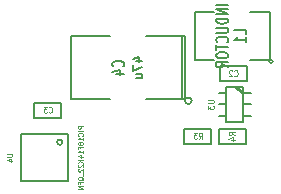
<source format=gbo>
G04 (created by PCBNEW-RS274X (2011-nov-30)-testing) date Sat 18 Aug 2012 12:14:24 PM CEST*
%MOIN*%
G04 Gerber Fmt 3.4, Leading zero omitted, Abs format*
%FSLAX34Y34*%
G01*
G70*
G90*
G04 APERTURE LIST*
%ADD10C,0.006*%
%ADD11C,0.005*%
%ADD12C,0.0079*%
%ADD13C,0.0039*%
%ADD14C,0.0045*%
%ADD15C,0.0031*%
%ADD16C,0.0075*%
%ADD17C,0.008*%
G04 APERTURE END LIST*
G54D10*
G54D11*
X38582Y-23248D02*
X38327Y-22993D01*
X38582Y-23188D02*
X38387Y-22993D01*
X38032Y-23583D02*
X37772Y-23583D01*
X38032Y-23958D02*
X37772Y-23958D01*
X38032Y-23208D02*
X37772Y-23208D01*
X38582Y-23583D02*
X38842Y-23583D01*
X38582Y-23958D02*
X38842Y-23958D01*
X38582Y-23208D02*
X38842Y-23208D01*
X38032Y-22993D02*
X38032Y-24173D01*
X38032Y-24173D02*
X38582Y-24173D01*
X38582Y-24173D02*
X38582Y-22993D01*
X38582Y-22993D02*
X38032Y-22993D01*
X37818Y-22809D02*
X38718Y-22809D01*
X38718Y-22809D02*
X38718Y-22309D01*
X38718Y-22309D02*
X37818Y-22309D01*
X37818Y-22309D02*
X37818Y-22809D01*
X32537Y-23530D02*
X31637Y-23530D01*
X31637Y-23530D02*
X31637Y-24030D01*
X31637Y-24030D02*
X32537Y-24030D01*
X32537Y-24030D02*
X32537Y-23530D01*
X37778Y-24896D02*
X38678Y-24896D01*
X38678Y-24896D02*
X38678Y-24396D01*
X38678Y-24396D02*
X37778Y-24396D01*
X37778Y-24396D02*
X37778Y-24896D01*
X36637Y-24896D02*
X37537Y-24896D01*
X37537Y-24896D02*
X37537Y-24396D01*
X37537Y-24396D02*
X36637Y-24396D01*
X36637Y-24396D02*
X36637Y-24896D01*
G54D12*
X32756Y-24567D02*
X31182Y-24567D01*
X31182Y-24567D02*
X31182Y-26141D01*
X31182Y-26141D02*
X32756Y-26141D01*
X32756Y-26141D02*
X32756Y-24567D01*
X32568Y-24842D02*
G75*
G03X32568Y-24842I-87J0D01*
G74*
G01*
G54D11*
X36875Y-23462D02*
G75*
G03X36875Y-23462I-111J0D01*
G74*
G01*
X36564Y-21312D02*
X36564Y-23412D01*
X36664Y-21312D02*
X36664Y-23412D01*
X35364Y-23412D02*
X36664Y-23412D01*
X35364Y-21312D02*
X36664Y-21312D01*
X34164Y-21312D02*
X32864Y-21312D01*
X32864Y-21312D02*
X32864Y-23412D01*
X32864Y-23412D02*
X34164Y-23412D01*
X39598Y-22149D02*
G75*
G03X39598Y-22149I-70J0D01*
G74*
G01*
X37628Y-22099D02*
X36978Y-22099D01*
X36978Y-22099D02*
X36978Y-20499D01*
X36978Y-20499D02*
X37628Y-20499D01*
X38828Y-20499D02*
X39478Y-20499D01*
X39478Y-20499D02*
X39478Y-22099D01*
X39478Y-22099D02*
X38828Y-22099D01*
G54D13*
X37409Y-23433D02*
X37569Y-23433D01*
X37587Y-23442D01*
X37597Y-23452D01*
X37606Y-23470D01*
X37606Y-23508D01*
X37597Y-23527D01*
X37587Y-23536D01*
X37569Y-23545D01*
X37409Y-23545D01*
X37409Y-23620D02*
X37409Y-23742D01*
X37484Y-23676D01*
X37484Y-23705D01*
X37494Y-23723D01*
X37503Y-23733D01*
X37522Y-23742D01*
X37569Y-23742D01*
X37587Y-23733D01*
X37597Y-23723D01*
X37606Y-23705D01*
X37606Y-23648D01*
X37597Y-23630D01*
X37587Y-23620D01*
G54D14*
X38297Y-22621D02*
X38306Y-22630D01*
X38332Y-22640D01*
X38349Y-22640D01*
X38374Y-22630D01*
X38392Y-22611D01*
X38400Y-22592D01*
X38409Y-22554D01*
X38409Y-22526D01*
X38400Y-22488D01*
X38392Y-22469D01*
X38374Y-22449D01*
X38349Y-22440D01*
X38332Y-22440D01*
X38306Y-22449D01*
X38297Y-22459D01*
X38229Y-22459D02*
X38220Y-22449D01*
X38203Y-22440D01*
X38160Y-22440D01*
X38143Y-22449D01*
X38134Y-22459D01*
X38126Y-22478D01*
X38126Y-22497D01*
X38134Y-22526D01*
X38237Y-22640D01*
X38126Y-22640D01*
X32116Y-23842D02*
X32125Y-23851D01*
X32151Y-23861D01*
X32168Y-23861D01*
X32193Y-23851D01*
X32211Y-23832D01*
X32219Y-23813D01*
X32228Y-23775D01*
X32228Y-23747D01*
X32219Y-23709D01*
X32211Y-23690D01*
X32193Y-23670D01*
X32168Y-23661D01*
X32151Y-23661D01*
X32125Y-23670D01*
X32116Y-23680D01*
X32056Y-23661D02*
X31945Y-23661D01*
X32005Y-23737D01*
X31979Y-23737D01*
X31962Y-23747D01*
X31953Y-23756D01*
X31945Y-23775D01*
X31945Y-23823D01*
X31953Y-23842D01*
X31962Y-23851D01*
X31979Y-23861D01*
X32031Y-23861D01*
X32048Y-23851D01*
X32056Y-23842D01*
X38309Y-24617D02*
X38214Y-24557D01*
X38309Y-24514D02*
X38109Y-24514D01*
X38109Y-24582D01*
X38118Y-24600D01*
X38128Y-24608D01*
X38147Y-24617D01*
X38176Y-24617D01*
X38195Y-24608D01*
X38204Y-24600D01*
X38214Y-24582D01*
X38214Y-24514D01*
X38176Y-24771D02*
X38309Y-24771D01*
X38099Y-24728D02*
X38242Y-24685D01*
X38242Y-24797D01*
X37116Y-24727D02*
X37176Y-24632D01*
X37219Y-24727D02*
X37219Y-24527D01*
X37151Y-24527D01*
X37133Y-24536D01*
X37125Y-24546D01*
X37116Y-24565D01*
X37116Y-24594D01*
X37125Y-24613D01*
X37133Y-24622D01*
X37151Y-24632D01*
X37219Y-24632D01*
X37056Y-24527D02*
X36945Y-24527D01*
X37005Y-24603D01*
X36979Y-24603D01*
X36962Y-24613D01*
X36953Y-24622D01*
X36945Y-24641D01*
X36945Y-24689D01*
X36953Y-24708D01*
X36962Y-24717D01*
X36979Y-24727D01*
X37031Y-24727D01*
X37048Y-24717D01*
X37056Y-24708D01*
G54D15*
X30733Y-25234D02*
X30860Y-25234D01*
X30875Y-25242D01*
X30883Y-25249D01*
X30890Y-25264D01*
X30890Y-25294D01*
X30883Y-25309D01*
X30875Y-25317D01*
X30860Y-25324D01*
X30733Y-25324D01*
X30785Y-25466D02*
X30890Y-25466D01*
X30726Y-25428D02*
X30838Y-25391D01*
X30838Y-25488D01*
X33252Y-24309D02*
X33095Y-24309D01*
X33095Y-24369D01*
X33103Y-24384D01*
X33110Y-24392D01*
X33125Y-24399D01*
X33147Y-24399D01*
X33162Y-24392D01*
X33170Y-24384D01*
X33177Y-24369D01*
X33177Y-24309D01*
X33252Y-24466D02*
X33095Y-24466D01*
X33237Y-24631D02*
X33245Y-24624D01*
X33252Y-24601D01*
X33252Y-24586D01*
X33245Y-24564D01*
X33230Y-24549D01*
X33215Y-24541D01*
X33185Y-24534D01*
X33162Y-24534D01*
X33132Y-24541D01*
X33117Y-24549D01*
X33103Y-24564D01*
X33095Y-24586D01*
X33095Y-24601D01*
X33103Y-24624D01*
X33110Y-24631D01*
X33252Y-24781D02*
X33252Y-24691D01*
X33252Y-24736D02*
X33095Y-24736D01*
X33117Y-24721D01*
X33132Y-24706D01*
X33140Y-24691D01*
X33162Y-24871D02*
X33155Y-24856D01*
X33147Y-24848D01*
X33132Y-24841D01*
X33125Y-24841D01*
X33110Y-24848D01*
X33103Y-24856D01*
X33095Y-24871D01*
X33095Y-24901D01*
X33103Y-24916D01*
X33110Y-24923D01*
X33125Y-24931D01*
X33132Y-24931D01*
X33147Y-24923D01*
X33155Y-24916D01*
X33162Y-24901D01*
X33162Y-24871D01*
X33170Y-24856D01*
X33177Y-24848D01*
X33192Y-24841D01*
X33222Y-24841D01*
X33237Y-24848D01*
X33245Y-24856D01*
X33252Y-24871D01*
X33252Y-24901D01*
X33245Y-24916D01*
X33237Y-24923D01*
X33222Y-24931D01*
X33192Y-24931D01*
X33177Y-24923D01*
X33170Y-24916D01*
X33162Y-24901D01*
X33170Y-25051D02*
X33170Y-24998D01*
X33252Y-24998D02*
X33095Y-24998D01*
X33095Y-25073D01*
X33252Y-25216D02*
X33252Y-25126D01*
X33252Y-25171D02*
X33095Y-25171D01*
X33117Y-25156D01*
X33132Y-25141D01*
X33140Y-25126D01*
X33147Y-25351D02*
X33252Y-25351D01*
X33088Y-25313D02*
X33200Y-25276D01*
X33200Y-25373D01*
X33252Y-25433D02*
X33095Y-25433D01*
X33252Y-25523D02*
X33162Y-25456D01*
X33095Y-25523D02*
X33185Y-25433D01*
X33110Y-25583D02*
X33103Y-25590D01*
X33095Y-25605D01*
X33095Y-25643D01*
X33103Y-25658D01*
X33110Y-25665D01*
X33125Y-25673D01*
X33140Y-25673D01*
X33162Y-25665D01*
X33252Y-25575D01*
X33252Y-25673D01*
X33110Y-25733D02*
X33103Y-25740D01*
X33095Y-25755D01*
X33095Y-25793D01*
X33103Y-25808D01*
X33110Y-25815D01*
X33125Y-25823D01*
X33140Y-25823D01*
X33162Y-25815D01*
X33252Y-25725D01*
X33252Y-25823D01*
X33267Y-25853D02*
X33267Y-25973D01*
X33267Y-26115D02*
X33260Y-26100D01*
X33245Y-26085D01*
X33222Y-26063D01*
X33215Y-26048D01*
X33215Y-26033D01*
X33252Y-26040D02*
X33245Y-26025D01*
X33230Y-26010D01*
X33200Y-26003D01*
X33147Y-26003D01*
X33117Y-26010D01*
X33103Y-26025D01*
X33095Y-26040D01*
X33095Y-26070D01*
X33103Y-26085D01*
X33117Y-26100D01*
X33147Y-26108D01*
X33200Y-26108D01*
X33230Y-26100D01*
X33245Y-26085D01*
X33252Y-26070D01*
X33252Y-26040D01*
X33170Y-26227D02*
X33170Y-26174D01*
X33252Y-26174D02*
X33095Y-26174D01*
X33095Y-26249D01*
X33252Y-26309D02*
X33095Y-26309D01*
X33252Y-26399D01*
X33095Y-26399D01*
G54D16*
X34588Y-22312D02*
X34607Y-22298D01*
X34626Y-22255D01*
X34626Y-22226D01*
X34607Y-22183D01*
X34569Y-22155D01*
X34531Y-22140D01*
X34454Y-22126D01*
X34397Y-22126D01*
X34321Y-22140D01*
X34283Y-22155D01*
X34245Y-22183D01*
X34226Y-22226D01*
X34226Y-22255D01*
X34245Y-22298D01*
X34264Y-22312D01*
X34359Y-22569D02*
X34626Y-22569D01*
X34207Y-22498D02*
X34493Y-22426D01*
X34493Y-22612D01*
G54D17*
G54D16*
X35035Y-22141D02*
X35235Y-22141D01*
X34921Y-22070D02*
X35135Y-21998D01*
X35135Y-22184D01*
X34935Y-22270D02*
X34935Y-22470D01*
X35235Y-22341D01*
X35035Y-22713D02*
X35235Y-22713D01*
X35035Y-22584D02*
X35193Y-22584D01*
X35221Y-22599D01*
X35235Y-22627D01*
X35235Y-22670D01*
X35221Y-22699D01*
X35207Y-22713D01*
G54D17*
G54D11*
X38684Y-21249D02*
X38684Y-21106D01*
X38284Y-21106D01*
X38684Y-21507D02*
X38684Y-21335D01*
X38684Y-21421D02*
X38284Y-21421D01*
X38341Y-21392D01*
X38379Y-21364D01*
X38398Y-21335D01*
X38090Y-20263D02*
X37690Y-20263D01*
X38090Y-20406D02*
X37690Y-20406D01*
X38090Y-20578D01*
X37690Y-20578D01*
X38090Y-20720D02*
X37690Y-20720D01*
X37690Y-20792D01*
X37709Y-20835D01*
X37747Y-20863D01*
X37785Y-20878D01*
X37861Y-20892D01*
X37918Y-20892D01*
X37995Y-20878D01*
X38033Y-20863D01*
X38071Y-20835D01*
X38090Y-20792D01*
X38090Y-20720D01*
X37690Y-21020D02*
X38014Y-21020D01*
X38052Y-21035D01*
X38071Y-21049D01*
X38090Y-21078D01*
X38090Y-21135D01*
X38071Y-21163D01*
X38052Y-21178D01*
X38014Y-21192D01*
X37690Y-21192D01*
X38052Y-21506D02*
X38071Y-21492D01*
X38090Y-21449D01*
X38090Y-21420D01*
X38071Y-21377D01*
X38033Y-21349D01*
X37995Y-21334D01*
X37918Y-21320D01*
X37861Y-21320D01*
X37785Y-21334D01*
X37747Y-21349D01*
X37709Y-21377D01*
X37690Y-21420D01*
X37690Y-21449D01*
X37709Y-21492D01*
X37728Y-21506D01*
X37690Y-21592D02*
X37690Y-21763D01*
X38090Y-21677D02*
X37690Y-21677D01*
X37690Y-21921D02*
X37690Y-21978D01*
X37709Y-22006D01*
X37747Y-22035D01*
X37823Y-22049D01*
X37957Y-22049D01*
X38033Y-22035D01*
X38071Y-22006D01*
X38090Y-21978D01*
X38090Y-21921D01*
X38071Y-21892D01*
X38033Y-21863D01*
X37957Y-21849D01*
X37823Y-21849D01*
X37747Y-21863D01*
X37709Y-21892D01*
X37690Y-21921D01*
X38090Y-22349D02*
X37899Y-22249D01*
X38090Y-22177D02*
X37690Y-22177D01*
X37690Y-22292D01*
X37709Y-22320D01*
X37728Y-22335D01*
X37766Y-22349D01*
X37823Y-22349D01*
X37861Y-22335D01*
X37880Y-22320D01*
X37899Y-22292D01*
X37899Y-22177D01*
M02*

</source>
